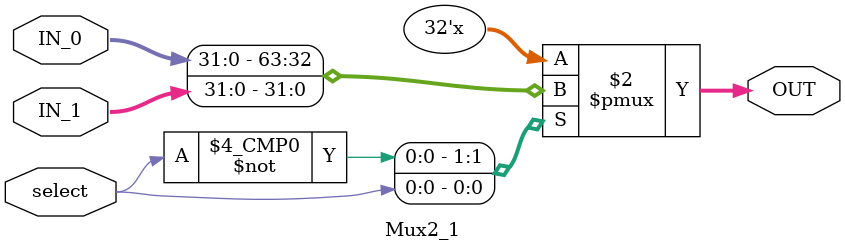
<source format=sv>
`timescale 1ns / 1ps


module Mux2_1(
input [31:0] IN_0, IN_1,
output logic [31:0]  OUT,
input logic select
    );
     always_comb
    begin
       case(select)
            2'b00: begin  OUT <= IN_0; end
            2'b01: begin  OUT <= IN_1; end
    
    endcase      
    
    end
endmodule

</source>
